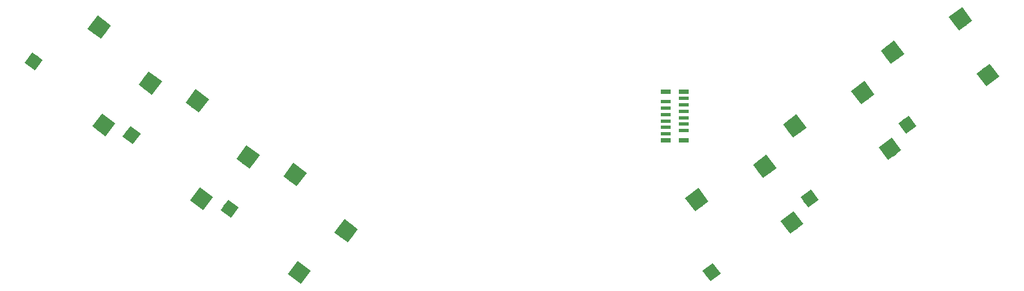
<source format=gbr>
G04 #@! TF.GenerationSoftware,KiCad,Pcbnew,(5.1.4)-1*
G04 #@! TF.CreationDate,2023-10-04T20:40:56-04:00*
G04 #@! TF.ProjectId,ThumbsUp,5468756d-6273-4557-902e-6b696361645f,rev?*
G04 #@! TF.SameCoordinates,Original*
G04 #@! TF.FileFunction,Paste,Bot*
G04 #@! TF.FilePolarity,Positive*
%FSLAX46Y46*%
G04 Gerber Fmt 4.6, Leading zero omitted, Abs format (unit mm)*
G04 Created by KiCad (PCBNEW (5.1.4)-1) date 2023-10-04 20:40:56*
%MOMM*%
%LPD*%
G04 APERTURE LIST*
%ADD10R,1.500000X0.800000*%
%ADD11R,1.500000X0.600000*%
%ADD12C,2.000000*%
%ADD13C,0.100000*%
%ADD14C,2.500000*%
%ADD15C,2.600000*%
G04 APERTURE END LIST*
D10*
X-299200000Y-115350000D03*
X-296400000Y-115350000D03*
X-299200000Y-107850000D03*
X-296400000Y-107850000D03*
D11*
X-299200000Y-114350000D03*
X-296400000Y-113850000D03*
X-299200000Y-113350000D03*
X-296400000Y-112850000D03*
X-299200000Y-112350000D03*
X-296400000Y-111850000D03*
X-299200000Y-111350000D03*
X-296400000Y-110850000D03*
X-299200000Y-110350000D03*
X-296400000Y-109850000D03*
X-299200000Y-109350000D03*
X-296400000Y-108850000D03*
D12*
X-276906073Y-124371872D03*
D13*
G36*
X-277102893Y-125772323D02*
G01*
X-278306524Y-124175052D01*
X-276709253Y-122971421D01*
X-275505622Y-124568692D01*
X-277102893Y-125772323D01*
X-277102893Y-125772323D01*
G37*
D14*
X-264433544Y-116663531D03*
D13*
G36*
X-264699535Y-118429140D02*
G01*
X-266204073Y-116432551D01*
X-264167553Y-114897922D01*
X-262663015Y-116894511D01*
X-264699535Y-118429140D01*
X-264699535Y-118429140D01*
G37*
D15*
X-268653345Y-107948091D03*
D13*
G36*
X-268909212Y-109768677D02*
G01*
X-270473931Y-107692224D01*
X-268397478Y-106127505D01*
X-266832759Y-108203958D01*
X-268909212Y-109768677D01*
X-268909212Y-109768677D01*
G37*
D15*
X-279201579Y-113142056D03*
D13*
G36*
X-279457446Y-114962642D02*
G01*
X-281022165Y-112886189D01*
X-278945712Y-111321470D01*
X-277380993Y-113397923D01*
X-279457446Y-114962642D01*
X-279457446Y-114962642D01*
G37*
D12*
X-381996291Y-114528397D03*
D13*
G36*
X-383396742Y-114725217D02*
G01*
X-382193111Y-113127946D01*
X-380595840Y-114331577D01*
X-381799471Y-115928848D01*
X-383396742Y-114725217D01*
X-383396742Y-114725217D01*
G37*
D14*
X-371148663Y-124393054D03*
D13*
G36*
X-372919192Y-124624034D02*
G01*
X-371414654Y-122627445D01*
X-369378134Y-124162074D01*
X-370882672Y-126158663D01*
X-372919192Y-124624034D01*
X-372919192Y-124624034D01*
G37*
D15*
X-363933979Y-117934420D03*
D13*
G36*
X-365754565Y-118190287D02*
G01*
X-364189846Y-116113834D01*
X-362113393Y-117678553D01*
X-363678112Y-119755006D01*
X-365754565Y-118190287D01*
X-365754565Y-118190287D01*
G37*
D15*
X-371834226Y-109226459D03*
D13*
G36*
X-373654812Y-109482326D02*
G01*
X-372090093Y-107405873D01*
X-370013640Y-108970592D01*
X-371578359Y-111047045D01*
X-373654812Y-109482326D01*
X-373654812Y-109482326D01*
G37*
D12*
X-261731998Y-112937386D03*
D13*
G36*
X-261928818Y-114337837D02*
G01*
X-263132449Y-112740566D01*
X-261535178Y-111536935D01*
X-260331547Y-113134206D01*
X-261928818Y-114337837D01*
X-261928818Y-114337837D01*
G37*
D14*
X-249259469Y-105229045D03*
D13*
G36*
X-249525460Y-106994654D02*
G01*
X-251029998Y-104998065D01*
X-248993478Y-103463436D01*
X-247488940Y-105460025D01*
X-249525460Y-106994654D01*
X-249525460Y-106994654D01*
G37*
D15*
X-253479270Y-96513605D03*
D13*
G36*
X-253735137Y-98334191D02*
G01*
X-255299856Y-96257738D01*
X-253223403Y-94693019D01*
X-251658684Y-96769472D01*
X-253735137Y-98334191D01*
X-253735137Y-98334191D01*
G37*
D15*
X-264027504Y-101707570D03*
D13*
G36*
X-264283371Y-103528156D02*
G01*
X-265848090Y-101451703D01*
X-263771637Y-99886984D01*
X-262206918Y-101963437D01*
X-264283371Y-103528156D01*
X-264283371Y-103528156D01*
G37*
D12*
X-397170365Y-103093911D03*
D13*
G36*
X-398570816Y-103290731D02*
G01*
X-397367185Y-101693460D01*
X-395769914Y-102897091D01*
X-396973545Y-104494362D01*
X-398570816Y-103290731D01*
X-398570816Y-103290731D01*
G37*
D14*
X-386322737Y-112958568D03*
D13*
G36*
X-388093266Y-113189548D02*
G01*
X-386588728Y-111192959D01*
X-384552208Y-112727588D01*
X-386056746Y-114724177D01*
X-388093266Y-113189548D01*
X-388093266Y-113189548D01*
G37*
D15*
X-379108053Y-106499934D03*
D13*
G36*
X-380928639Y-106755801D02*
G01*
X-379363920Y-104679348D01*
X-377287467Y-106244067D01*
X-378852186Y-108320520D01*
X-380928639Y-106755801D01*
X-380928639Y-106755801D01*
G37*
D15*
X-387008300Y-97791973D03*
D13*
G36*
X-388828886Y-98047840D02*
G01*
X-387264167Y-95971387D01*
X-385187714Y-97536106D01*
X-386752433Y-99612559D01*
X-388828886Y-98047840D01*
X-388828886Y-98047840D01*
G37*
D12*
X-366822216Y-125962882D03*
D13*
G36*
X-368222667Y-126159702D02*
G01*
X-367019036Y-124562431D01*
X-365421765Y-125766062D01*
X-366625396Y-127363333D01*
X-368222667Y-126159702D01*
X-368222667Y-126159702D01*
G37*
D14*
X-355974588Y-135827539D03*
D13*
G36*
X-357745117Y-136058519D02*
G01*
X-356240579Y-134061930D01*
X-354204059Y-135596559D01*
X-355708597Y-137593148D01*
X-357745117Y-136058519D01*
X-357745117Y-136058519D01*
G37*
D15*
X-348759904Y-129368905D03*
D13*
G36*
X-350580490Y-129624772D02*
G01*
X-349015771Y-127548319D01*
X-346939318Y-129113038D01*
X-348504037Y-131189491D01*
X-350580490Y-129624772D01*
X-350580490Y-129624772D01*
G37*
D15*
X-356660151Y-120660944D03*
D13*
G36*
X-358480737Y-120916811D02*
G01*
X-356916018Y-118840358D01*
X-354839565Y-120405077D01*
X-356404284Y-122481530D01*
X-358480737Y-120916811D01*
X-358480737Y-120916811D01*
G37*
D12*
X-292080148Y-135806357D03*
D13*
G36*
X-292276968Y-137206808D02*
G01*
X-293480599Y-135609537D01*
X-291883328Y-134405906D01*
X-290679697Y-136003177D01*
X-292276968Y-137206808D01*
X-292276968Y-137206808D01*
G37*
D14*
X-279607619Y-128098016D03*
D13*
G36*
X-279873610Y-129863625D02*
G01*
X-281378148Y-127867036D01*
X-279341628Y-126332407D01*
X-277837090Y-128328996D01*
X-279873610Y-129863625D01*
X-279873610Y-129863625D01*
G37*
D15*
X-283827420Y-119382576D03*
D13*
G36*
X-284083287Y-121203162D02*
G01*
X-285648006Y-119126709D01*
X-283571553Y-117561990D01*
X-282006834Y-119638443D01*
X-284083287Y-121203162D01*
X-284083287Y-121203162D01*
G37*
D15*
X-294375654Y-124576541D03*
D13*
G36*
X-294631521Y-126397127D02*
G01*
X-296196240Y-124320674D01*
X-294119787Y-122755955D01*
X-292555068Y-124832408D01*
X-294631521Y-126397127D01*
X-294631521Y-126397127D01*
G37*
M02*

</source>
